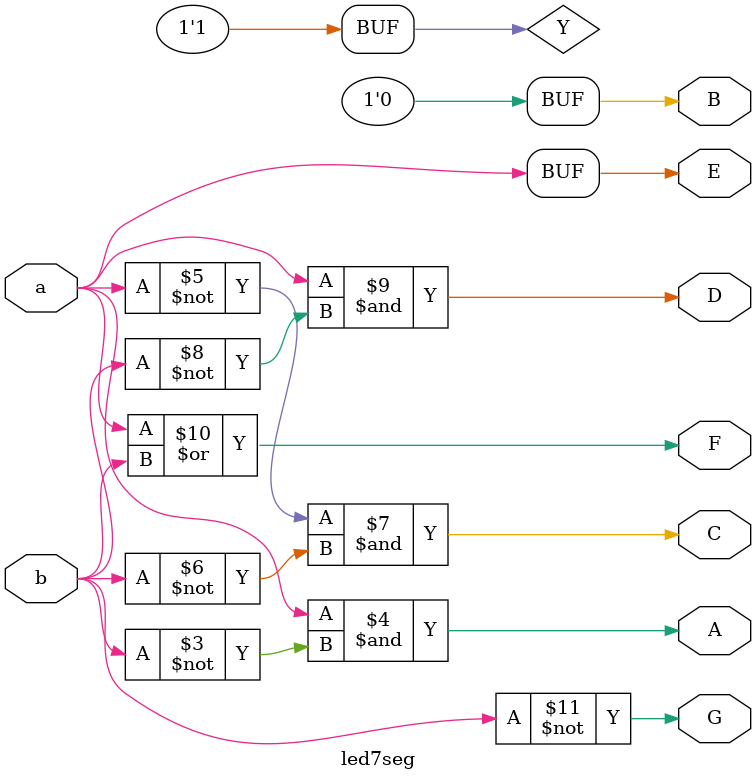
<source format=v>
module led7seg (a, b, A, B, C, D, E, F, G);
    input a, b;
    output A,B,C,D,E,F,G;

    assign  Y = ~ (A & B);
    assign  A = a & ~b;
    assign  B = 0;
    assign  C = ~a & ~b;
    assign  D = a & ~b;
    assign  E = a;
    assign  F = a | b;
    assign  G = ~b;
endmodule
</source>
